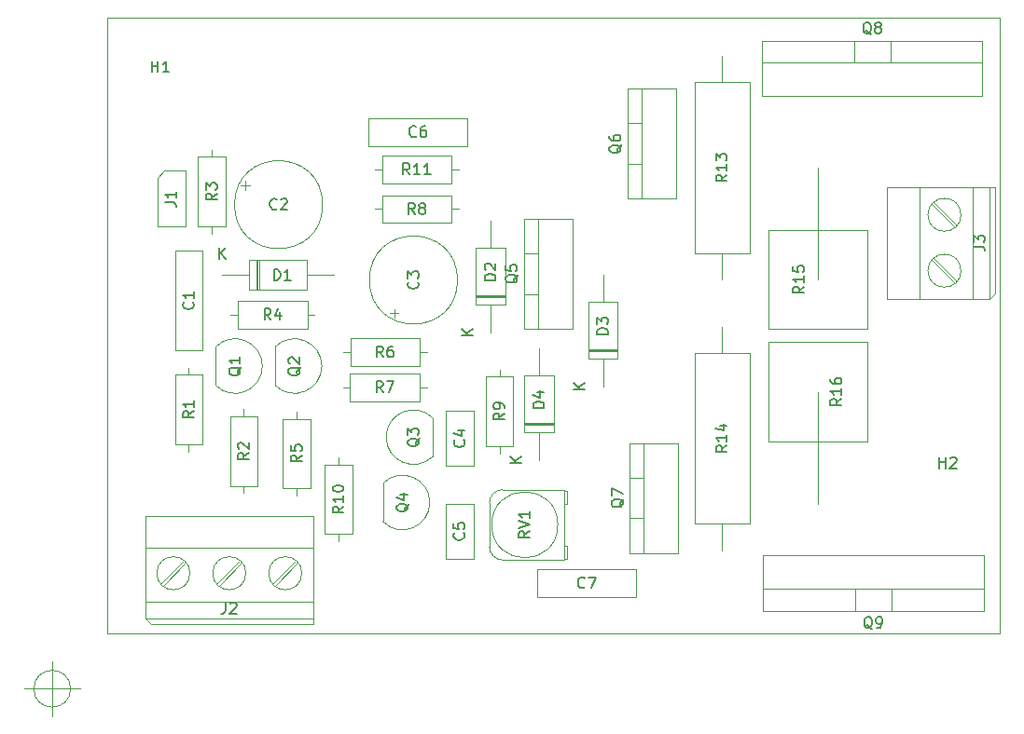
<source format=gbr>
%TF.GenerationSoftware,KiCad,Pcbnew,8.0.3-8.0.3-0~ubuntu22.04.1*%
%TF.CreationDate,2024-06-26T20:02:33-05:00*%
%TF.ProjectId,amplificador_200w,616d706c-6966-4696-9361-646f725f3230,v1.0.0*%
%TF.SameCoordinates,PX5cfbb60PY7d687e0*%
%TF.FileFunction,AssemblyDrawing,Top*%
%FSLAX46Y46*%
G04 Gerber Fmt 4.6, Leading zero omitted, Abs format (unit mm)*
G04 Created by KiCad (PCBNEW 8.0.3-8.0.3-0~ubuntu22.04.1) date 2024-06-26 20:02:33*
%MOMM*%
%LPD*%
G01*
G04 APERTURE LIST*
%ADD10C,0.150000*%
%ADD11C,0.100000*%
%TA.AperFunction,Profile*%
%ADD12C,0.050000*%
%TD*%
G04 APERTURE END LIST*
D10*
X12759580Y35133334D02*
X12807200Y35085715D01*
X12807200Y35085715D02*
X12854819Y34942858D01*
X12854819Y34942858D02*
X12854819Y34847620D01*
X12854819Y34847620D02*
X12807200Y34704763D01*
X12807200Y34704763D02*
X12711961Y34609525D01*
X12711961Y34609525D02*
X12616723Y34561906D01*
X12616723Y34561906D02*
X12426247Y34514287D01*
X12426247Y34514287D02*
X12283390Y34514287D01*
X12283390Y34514287D02*
X12092914Y34561906D01*
X12092914Y34561906D02*
X11997676Y34609525D01*
X11997676Y34609525D02*
X11902438Y34704763D01*
X11902438Y34704763D02*
X11854819Y34847620D01*
X11854819Y34847620D02*
X11854819Y34942858D01*
X11854819Y34942858D02*
X11902438Y35085715D01*
X11902438Y35085715D02*
X11950057Y35133334D01*
X12854819Y36085715D02*
X12854819Y35514287D01*
X12854819Y35800001D02*
X11854819Y35800001D01*
X11854819Y35800001D02*
X11997676Y35704763D01*
X11997676Y35704763D02*
X12092914Y35609525D01*
X12092914Y35609525D02*
X12140533Y35514287D01*
X20383333Y43640420D02*
X20335714Y43592800D01*
X20335714Y43592800D02*
X20192857Y43545181D01*
X20192857Y43545181D02*
X20097619Y43545181D01*
X20097619Y43545181D02*
X19954762Y43592800D01*
X19954762Y43592800D02*
X19859524Y43688039D01*
X19859524Y43688039D02*
X19811905Y43783277D01*
X19811905Y43783277D02*
X19764286Y43973753D01*
X19764286Y43973753D02*
X19764286Y44116610D01*
X19764286Y44116610D02*
X19811905Y44307086D01*
X19811905Y44307086D02*
X19859524Y44402324D01*
X19859524Y44402324D02*
X19954762Y44497562D01*
X19954762Y44497562D02*
X20097619Y44545181D01*
X20097619Y44545181D02*
X20192857Y44545181D01*
X20192857Y44545181D02*
X20335714Y44497562D01*
X20335714Y44497562D02*
X20383333Y44449943D01*
X20764286Y44449943D02*
X20811905Y44497562D01*
X20811905Y44497562D02*
X20907143Y44545181D01*
X20907143Y44545181D02*
X21145238Y44545181D01*
X21145238Y44545181D02*
X21240476Y44497562D01*
X21240476Y44497562D02*
X21288095Y44449943D01*
X21288095Y44449943D02*
X21335714Y44354705D01*
X21335714Y44354705D02*
X21335714Y44259467D01*
X21335714Y44259467D02*
X21288095Y44116610D01*
X21288095Y44116610D02*
X20716667Y43545181D01*
X20716667Y43545181D02*
X21335714Y43545181D01*
X33159580Y36983334D02*
X33207200Y36935715D01*
X33207200Y36935715D02*
X33254819Y36792858D01*
X33254819Y36792858D02*
X33254819Y36697620D01*
X33254819Y36697620D02*
X33207200Y36554763D01*
X33207200Y36554763D02*
X33111961Y36459525D01*
X33111961Y36459525D02*
X33016723Y36411906D01*
X33016723Y36411906D02*
X32826247Y36364287D01*
X32826247Y36364287D02*
X32683390Y36364287D01*
X32683390Y36364287D02*
X32492914Y36411906D01*
X32492914Y36411906D02*
X32397676Y36459525D01*
X32397676Y36459525D02*
X32302438Y36554763D01*
X32302438Y36554763D02*
X32254819Y36697620D01*
X32254819Y36697620D02*
X32254819Y36792858D01*
X32254819Y36792858D02*
X32302438Y36935715D01*
X32302438Y36935715D02*
X32350057Y36983334D01*
X32254819Y37316668D02*
X32254819Y37935715D01*
X32254819Y37935715D02*
X32635771Y37602382D01*
X32635771Y37602382D02*
X32635771Y37745239D01*
X32635771Y37745239D02*
X32683390Y37840477D01*
X32683390Y37840477D02*
X32731009Y37888096D01*
X32731009Y37888096D02*
X32826247Y37935715D01*
X32826247Y37935715D02*
X33064342Y37935715D01*
X33064342Y37935715D02*
X33159580Y37888096D01*
X33159580Y37888096D02*
X33207200Y37840477D01*
X33207200Y37840477D02*
X33254819Y37745239D01*
X33254819Y37745239D02*
X33254819Y37459525D01*
X33254819Y37459525D02*
X33207200Y37364287D01*
X33207200Y37364287D02*
X33159580Y37316668D01*
X37369580Y22603334D02*
X37417200Y22555715D01*
X37417200Y22555715D02*
X37464819Y22412858D01*
X37464819Y22412858D02*
X37464819Y22317620D01*
X37464819Y22317620D02*
X37417200Y22174763D01*
X37417200Y22174763D02*
X37321961Y22079525D01*
X37321961Y22079525D02*
X37226723Y22031906D01*
X37226723Y22031906D02*
X37036247Y21984287D01*
X37036247Y21984287D02*
X36893390Y21984287D01*
X36893390Y21984287D02*
X36702914Y22031906D01*
X36702914Y22031906D02*
X36607676Y22079525D01*
X36607676Y22079525D02*
X36512438Y22174763D01*
X36512438Y22174763D02*
X36464819Y22317620D01*
X36464819Y22317620D02*
X36464819Y22412858D01*
X36464819Y22412858D02*
X36512438Y22555715D01*
X36512438Y22555715D02*
X36560057Y22603334D01*
X36798152Y23460477D02*
X37464819Y23460477D01*
X36417200Y23222382D02*
X37131485Y22984287D01*
X37131485Y22984287D02*
X37131485Y23603334D01*
X33033333Y50240420D02*
X32985714Y50192800D01*
X32985714Y50192800D02*
X32842857Y50145181D01*
X32842857Y50145181D02*
X32747619Y50145181D01*
X32747619Y50145181D02*
X32604762Y50192800D01*
X32604762Y50192800D02*
X32509524Y50288039D01*
X32509524Y50288039D02*
X32461905Y50383277D01*
X32461905Y50383277D02*
X32414286Y50573753D01*
X32414286Y50573753D02*
X32414286Y50716610D01*
X32414286Y50716610D02*
X32461905Y50907086D01*
X32461905Y50907086D02*
X32509524Y51002324D01*
X32509524Y51002324D02*
X32604762Y51097562D01*
X32604762Y51097562D02*
X32747619Y51145181D01*
X32747619Y51145181D02*
X32842857Y51145181D01*
X32842857Y51145181D02*
X32985714Y51097562D01*
X32985714Y51097562D02*
X33033333Y51049943D01*
X33890476Y51145181D02*
X33700000Y51145181D01*
X33700000Y51145181D02*
X33604762Y51097562D01*
X33604762Y51097562D02*
X33557143Y51049943D01*
X33557143Y51049943D02*
X33461905Y50907086D01*
X33461905Y50907086D02*
X33414286Y50716610D01*
X33414286Y50716610D02*
X33414286Y50335658D01*
X33414286Y50335658D02*
X33461905Y50240420D01*
X33461905Y50240420D02*
X33509524Y50192800D01*
X33509524Y50192800D02*
X33604762Y50145181D01*
X33604762Y50145181D02*
X33795238Y50145181D01*
X33795238Y50145181D02*
X33890476Y50192800D01*
X33890476Y50192800D02*
X33938095Y50240420D01*
X33938095Y50240420D02*
X33985714Y50335658D01*
X33985714Y50335658D02*
X33985714Y50573753D01*
X33985714Y50573753D02*
X33938095Y50668991D01*
X33938095Y50668991D02*
X33890476Y50716610D01*
X33890476Y50716610D02*
X33795238Y50764229D01*
X33795238Y50764229D02*
X33604762Y50764229D01*
X33604762Y50764229D02*
X33509524Y50716610D01*
X33509524Y50716610D02*
X33461905Y50668991D01*
X33461905Y50668991D02*
X33414286Y50573753D01*
X48333333Y9240420D02*
X48285714Y9192800D01*
X48285714Y9192800D02*
X48142857Y9145181D01*
X48142857Y9145181D02*
X48047619Y9145181D01*
X48047619Y9145181D02*
X47904762Y9192800D01*
X47904762Y9192800D02*
X47809524Y9288039D01*
X47809524Y9288039D02*
X47761905Y9383277D01*
X47761905Y9383277D02*
X47714286Y9573753D01*
X47714286Y9573753D02*
X47714286Y9716610D01*
X47714286Y9716610D02*
X47761905Y9907086D01*
X47761905Y9907086D02*
X47809524Y10002324D01*
X47809524Y10002324D02*
X47904762Y10097562D01*
X47904762Y10097562D02*
X48047619Y10145181D01*
X48047619Y10145181D02*
X48142857Y10145181D01*
X48142857Y10145181D02*
X48285714Y10097562D01*
X48285714Y10097562D02*
X48333333Y10049943D01*
X48666667Y10145181D02*
X49333333Y10145181D01*
X49333333Y10145181D02*
X48904762Y9145181D01*
X20131905Y37145181D02*
X20131905Y38145181D01*
X20131905Y38145181D02*
X20370000Y38145181D01*
X20370000Y38145181D02*
X20512857Y38097562D01*
X20512857Y38097562D02*
X20608095Y38002324D01*
X20608095Y38002324D02*
X20655714Y37907086D01*
X20655714Y37907086D02*
X20703333Y37716610D01*
X20703333Y37716610D02*
X20703333Y37573753D01*
X20703333Y37573753D02*
X20655714Y37383277D01*
X20655714Y37383277D02*
X20608095Y37288039D01*
X20608095Y37288039D02*
X20512857Y37192800D01*
X20512857Y37192800D02*
X20370000Y37145181D01*
X20370000Y37145181D02*
X20131905Y37145181D01*
X21655714Y37145181D02*
X21084286Y37145181D01*
X21370000Y37145181D02*
X21370000Y38145181D01*
X21370000Y38145181D02*
X21274762Y38002324D01*
X21274762Y38002324D02*
X21179524Y37907086D01*
X21179524Y37907086D02*
X21084286Y37859467D01*
X15138095Y39045181D02*
X15138095Y40045181D01*
X15709523Y39045181D02*
X15280952Y39616610D01*
X15709523Y40045181D02*
X15138095Y39473753D01*
X50454819Y32231906D02*
X49454819Y32231906D01*
X49454819Y32231906D02*
X49454819Y32470001D01*
X49454819Y32470001D02*
X49502438Y32612858D01*
X49502438Y32612858D02*
X49597676Y32708096D01*
X49597676Y32708096D02*
X49692914Y32755715D01*
X49692914Y32755715D02*
X49883390Y32803334D01*
X49883390Y32803334D02*
X50026247Y32803334D01*
X50026247Y32803334D02*
X50216723Y32755715D01*
X50216723Y32755715D02*
X50311961Y32708096D01*
X50311961Y32708096D02*
X50407200Y32612858D01*
X50407200Y32612858D02*
X50454819Y32470001D01*
X50454819Y32470001D02*
X50454819Y32231906D01*
X49454819Y33136668D02*
X49454819Y33755715D01*
X49454819Y33755715D02*
X49835771Y33422382D01*
X49835771Y33422382D02*
X49835771Y33565239D01*
X49835771Y33565239D02*
X49883390Y33660477D01*
X49883390Y33660477D02*
X49931009Y33708096D01*
X49931009Y33708096D02*
X50026247Y33755715D01*
X50026247Y33755715D02*
X50264342Y33755715D01*
X50264342Y33755715D02*
X50359580Y33708096D01*
X50359580Y33708096D02*
X50407200Y33660477D01*
X50407200Y33660477D02*
X50454819Y33565239D01*
X50454819Y33565239D02*
X50454819Y33279525D01*
X50454819Y33279525D02*
X50407200Y33184287D01*
X50407200Y33184287D02*
X50359580Y33136668D01*
X48354819Y27238096D02*
X47354819Y27238096D01*
X48354819Y27809524D02*
X47783390Y27380953D01*
X47354819Y27809524D02*
X47926247Y27238096D01*
X42554819Y20538096D02*
X41554819Y20538096D01*
X42554819Y21109524D02*
X41983390Y20680953D01*
X41554819Y21109524D02*
X42126247Y20538096D01*
X44654819Y25531906D02*
X43654819Y25531906D01*
X43654819Y25531906D02*
X43654819Y25770001D01*
X43654819Y25770001D02*
X43702438Y25912858D01*
X43702438Y25912858D02*
X43797676Y26008096D01*
X43797676Y26008096D02*
X43892914Y26055715D01*
X43892914Y26055715D02*
X44083390Y26103334D01*
X44083390Y26103334D02*
X44226247Y26103334D01*
X44226247Y26103334D02*
X44416723Y26055715D01*
X44416723Y26055715D02*
X44511961Y26008096D01*
X44511961Y26008096D02*
X44607200Y25912858D01*
X44607200Y25912858D02*
X44654819Y25770001D01*
X44654819Y25770001D02*
X44654819Y25531906D01*
X43988152Y26960477D02*
X44654819Y26960477D01*
X43607200Y26722382D02*
X44321485Y26484287D01*
X44321485Y26484287D02*
X44321485Y27103334D01*
X10254819Y44196667D02*
X10969104Y44196667D01*
X10969104Y44196667D02*
X11111961Y44149048D01*
X11111961Y44149048D02*
X11207200Y44053810D01*
X11207200Y44053810D02*
X11254819Y43910953D01*
X11254819Y43910953D02*
X11254819Y43815715D01*
X11254819Y45196667D02*
X11254819Y44625239D01*
X11254819Y44910953D02*
X10254819Y44910953D01*
X10254819Y44910953D02*
X10397676Y44815715D01*
X10397676Y44815715D02*
X10492914Y44720477D01*
X10492914Y44720477D02*
X10540533Y44625239D01*
X15746666Y7845181D02*
X15746666Y7130896D01*
X15746666Y7130896D02*
X15699047Y6988039D01*
X15699047Y6988039D02*
X15603809Y6892800D01*
X15603809Y6892800D02*
X15460952Y6845181D01*
X15460952Y6845181D02*
X15365714Y6845181D01*
X16175238Y7749943D02*
X16222857Y7797562D01*
X16222857Y7797562D02*
X16318095Y7845181D01*
X16318095Y7845181D02*
X16556190Y7845181D01*
X16556190Y7845181D02*
X16651428Y7797562D01*
X16651428Y7797562D02*
X16699047Y7749943D01*
X16699047Y7749943D02*
X16746666Y7654705D01*
X16746666Y7654705D02*
X16746666Y7559467D01*
X16746666Y7559467D02*
X16699047Y7416610D01*
X16699047Y7416610D02*
X16127619Y6845181D01*
X16127619Y6845181D02*
X16746666Y6845181D01*
X83654819Y40206667D02*
X84369104Y40206667D01*
X84369104Y40206667D02*
X84511961Y40159048D01*
X84511961Y40159048D02*
X84607200Y40063810D01*
X84607200Y40063810D02*
X84654819Y39920953D01*
X84654819Y39920953D02*
X84654819Y39825715D01*
X83654819Y40587620D02*
X83654819Y41206667D01*
X83654819Y41206667D02*
X84035771Y40873334D01*
X84035771Y40873334D02*
X84035771Y41016191D01*
X84035771Y41016191D02*
X84083390Y41111429D01*
X84083390Y41111429D02*
X84131009Y41159048D01*
X84131009Y41159048D02*
X84226247Y41206667D01*
X84226247Y41206667D02*
X84464342Y41206667D01*
X84464342Y41206667D02*
X84559580Y41159048D01*
X84559580Y41159048D02*
X84607200Y41111429D01*
X84607200Y41111429D02*
X84654819Y41016191D01*
X84654819Y41016191D02*
X84654819Y40730477D01*
X84654819Y40730477D02*
X84607200Y40635239D01*
X84607200Y40635239D02*
X84559580Y40587620D01*
X17150057Y29234762D02*
X17102438Y29139524D01*
X17102438Y29139524D02*
X17007200Y29044286D01*
X17007200Y29044286D02*
X16864342Y28901429D01*
X16864342Y28901429D02*
X16816723Y28806191D01*
X16816723Y28806191D02*
X16816723Y28710953D01*
X17054819Y28758572D02*
X17007200Y28663334D01*
X17007200Y28663334D02*
X16911961Y28568096D01*
X16911961Y28568096D02*
X16721485Y28520477D01*
X16721485Y28520477D02*
X16388152Y28520477D01*
X16388152Y28520477D02*
X16197676Y28568096D01*
X16197676Y28568096D02*
X16102438Y28663334D01*
X16102438Y28663334D02*
X16054819Y28758572D01*
X16054819Y28758572D02*
X16054819Y28949048D01*
X16054819Y28949048D02*
X16102438Y29044286D01*
X16102438Y29044286D02*
X16197676Y29139524D01*
X16197676Y29139524D02*
X16388152Y29187143D01*
X16388152Y29187143D02*
X16721485Y29187143D01*
X16721485Y29187143D02*
X16911961Y29139524D01*
X16911961Y29139524D02*
X17007200Y29044286D01*
X17007200Y29044286D02*
X17054819Y28949048D01*
X17054819Y28949048D02*
X17054819Y28758572D01*
X17054819Y30139524D02*
X17054819Y29568096D01*
X17054819Y29853810D02*
X16054819Y29853810D01*
X16054819Y29853810D02*
X16197676Y29758572D01*
X16197676Y29758572D02*
X16292914Y29663334D01*
X16292914Y29663334D02*
X16340533Y29568096D01*
X33350057Y22774762D02*
X33302438Y22679524D01*
X33302438Y22679524D02*
X33207200Y22584286D01*
X33207200Y22584286D02*
X33064342Y22441429D01*
X33064342Y22441429D02*
X33016723Y22346191D01*
X33016723Y22346191D02*
X33016723Y22250953D01*
X33254819Y22298572D02*
X33207200Y22203334D01*
X33207200Y22203334D02*
X33111961Y22108096D01*
X33111961Y22108096D02*
X32921485Y22060477D01*
X32921485Y22060477D02*
X32588152Y22060477D01*
X32588152Y22060477D02*
X32397676Y22108096D01*
X32397676Y22108096D02*
X32302438Y22203334D01*
X32302438Y22203334D02*
X32254819Y22298572D01*
X32254819Y22298572D02*
X32254819Y22489048D01*
X32254819Y22489048D02*
X32302438Y22584286D01*
X32302438Y22584286D02*
X32397676Y22679524D01*
X32397676Y22679524D02*
X32588152Y22727143D01*
X32588152Y22727143D02*
X32921485Y22727143D01*
X32921485Y22727143D02*
X33111961Y22679524D01*
X33111961Y22679524D02*
X33207200Y22584286D01*
X33207200Y22584286D02*
X33254819Y22489048D01*
X33254819Y22489048D02*
X33254819Y22298572D01*
X32254819Y23060477D02*
X32254819Y23679524D01*
X32254819Y23679524D02*
X32635771Y23346191D01*
X32635771Y23346191D02*
X32635771Y23489048D01*
X32635771Y23489048D02*
X32683390Y23584286D01*
X32683390Y23584286D02*
X32731009Y23631905D01*
X32731009Y23631905D02*
X32826247Y23679524D01*
X32826247Y23679524D02*
X33064342Y23679524D01*
X33064342Y23679524D02*
X33159580Y23631905D01*
X33159580Y23631905D02*
X33207200Y23584286D01*
X33207200Y23584286D02*
X33254819Y23489048D01*
X33254819Y23489048D02*
X33254819Y23203334D01*
X33254819Y23203334D02*
X33207200Y23108096D01*
X33207200Y23108096D02*
X33159580Y23060477D01*
X42280057Y37644762D02*
X42232438Y37549524D01*
X42232438Y37549524D02*
X42137200Y37454286D01*
X42137200Y37454286D02*
X41994342Y37311429D01*
X41994342Y37311429D02*
X41946723Y37216191D01*
X41946723Y37216191D02*
X41946723Y37120953D01*
X42184819Y37168572D02*
X42137200Y37073334D01*
X42137200Y37073334D02*
X42041961Y36978096D01*
X42041961Y36978096D02*
X41851485Y36930477D01*
X41851485Y36930477D02*
X41518152Y36930477D01*
X41518152Y36930477D02*
X41327676Y36978096D01*
X41327676Y36978096D02*
X41232438Y37073334D01*
X41232438Y37073334D02*
X41184819Y37168572D01*
X41184819Y37168572D02*
X41184819Y37359048D01*
X41184819Y37359048D02*
X41232438Y37454286D01*
X41232438Y37454286D02*
X41327676Y37549524D01*
X41327676Y37549524D02*
X41518152Y37597143D01*
X41518152Y37597143D02*
X41851485Y37597143D01*
X41851485Y37597143D02*
X42041961Y37549524D01*
X42041961Y37549524D02*
X42137200Y37454286D01*
X42137200Y37454286D02*
X42184819Y37359048D01*
X42184819Y37359048D02*
X42184819Y37168572D01*
X41184819Y38501905D02*
X41184819Y38025715D01*
X41184819Y38025715D02*
X41661009Y37978096D01*
X41661009Y37978096D02*
X41613390Y38025715D01*
X41613390Y38025715D02*
X41565771Y38120953D01*
X41565771Y38120953D02*
X41565771Y38359048D01*
X41565771Y38359048D02*
X41613390Y38454286D01*
X41613390Y38454286D02*
X41661009Y38501905D01*
X41661009Y38501905D02*
X41756247Y38549524D01*
X41756247Y38549524D02*
X41994342Y38549524D01*
X41994342Y38549524D02*
X42089580Y38501905D01*
X42089580Y38501905D02*
X42137200Y38454286D01*
X42137200Y38454286D02*
X42184819Y38359048D01*
X42184819Y38359048D02*
X42184819Y38120953D01*
X42184819Y38120953D02*
X42137200Y38025715D01*
X42137200Y38025715D02*
X42089580Y37978096D01*
X51680057Y49444762D02*
X51632438Y49349524D01*
X51632438Y49349524D02*
X51537200Y49254286D01*
X51537200Y49254286D02*
X51394342Y49111429D01*
X51394342Y49111429D02*
X51346723Y49016191D01*
X51346723Y49016191D02*
X51346723Y48920953D01*
X51584819Y48968572D02*
X51537200Y48873334D01*
X51537200Y48873334D02*
X51441961Y48778096D01*
X51441961Y48778096D02*
X51251485Y48730477D01*
X51251485Y48730477D02*
X50918152Y48730477D01*
X50918152Y48730477D02*
X50727676Y48778096D01*
X50727676Y48778096D02*
X50632438Y48873334D01*
X50632438Y48873334D02*
X50584819Y48968572D01*
X50584819Y48968572D02*
X50584819Y49159048D01*
X50584819Y49159048D02*
X50632438Y49254286D01*
X50632438Y49254286D02*
X50727676Y49349524D01*
X50727676Y49349524D02*
X50918152Y49397143D01*
X50918152Y49397143D02*
X51251485Y49397143D01*
X51251485Y49397143D02*
X51441961Y49349524D01*
X51441961Y49349524D02*
X51537200Y49254286D01*
X51537200Y49254286D02*
X51584819Y49159048D01*
X51584819Y49159048D02*
X51584819Y48968572D01*
X50584819Y50254286D02*
X50584819Y50063810D01*
X50584819Y50063810D02*
X50632438Y49968572D01*
X50632438Y49968572D02*
X50680057Y49920953D01*
X50680057Y49920953D02*
X50822914Y49825715D01*
X50822914Y49825715D02*
X51013390Y49778096D01*
X51013390Y49778096D02*
X51394342Y49778096D01*
X51394342Y49778096D02*
X51489580Y49825715D01*
X51489580Y49825715D02*
X51537200Y49873334D01*
X51537200Y49873334D02*
X51584819Y49968572D01*
X51584819Y49968572D02*
X51584819Y50159048D01*
X51584819Y50159048D02*
X51537200Y50254286D01*
X51537200Y50254286D02*
X51489580Y50301905D01*
X51489580Y50301905D02*
X51394342Y50349524D01*
X51394342Y50349524D02*
X51156247Y50349524D01*
X51156247Y50349524D02*
X51061009Y50301905D01*
X51061009Y50301905D02*
X51013390Y50254286D01*
X51013390Y50254286D02*
X50965771Y50159048D01*
X50965771Y50159048D02*
X50965771Y49968572D01*
X50965771Y49968572D02*
X51013390Y49873334D01*
X51013390Y49873334D02*
X51061009Y49825715D01*
X51061009Y49825715D02*
X51156247Y49778096D01*
X51880057Y17244762D02*
X51832438Y17149524D01*
X51832438Y17149524D02*
X51737200Y17054286D01*
X51737200Y17054286D02*
X51594342Y16911429D01*
X51594342Y16911429D02*
X51546723Y16816191D01*
X51546723Y16816191D02*
X51546723Y16720953D01*
X51784819Y16768572D02*
X51737200Y16673334D01*
X51737200Y16673334D02*
X51641961Y16578096D01*
X51641961Y16578096D02*
X51451485Y16530477D01*
X51451485Y16530477D02*
X51118152Y16530477D01*
X51118152Y16530477D02*
X50927676Y16578096D01*
X50927676Y16578096D02*
X50832438Y16673334D01*
X50832438Y16673334D02*
X50784819Y16768572D01*
X50784819Y16768572D02*
X50784819Y16959048D01*
X50784819Y16959048D02*
X50832438Y17054286D01*
X50832438Y17054286D02*
X50927676Y17149524D01*
X50927676Y17149524D02*
X51118152Y17197143D01*
X51118152Y17197143D02*
X51451485Y17197143D01*
X51451485Y17197143D02*
X51641961Y17149524D01*
X51641961Y17149524D02*
X51737200Y17054286D01*
X51737200Y17054286D02*
X51784819Y16959048D01*
X51784819Y16959048D02*
X51784819Y16768572D01*
X50784819Y17530477D02*
X50784819Y18197143D01*
X50784819Y18197143D02*
X51784819Y17768572D01*
X74354761Y59469943D02*
X74259523Y59517562D01*
X74259523Y59517562D02*
X74164285Y59612800D01*
X74164285Y59612800D02*
X74021428Y59755658D01*
X74021428Y59755658D02*
X73926190Y59803277D01*
X73926190Y59803277D02*
X73830952Y59803277D01*
X73878571Y59565181D02*
X73783333Y59612800D01*
X73783333Y59612800D02*
X73688095Y59708039D01*
X73688095Y59708039D02*
X73640476Y59898515D01*
X73640476Y59898515D02*
X73640476Y60231848D01*
X73640476Y60231848D02*
X73688095Y60422324D01*
X73688095Y60422324D02*
X73783333Y60517562D01*
X73783333Y60517562D02*
X73878571Y60565181D01*
X73878571Y60565181D02*
X74069047Y60565181D01*
X74069047Y60565181D02*
X74164285Y60517562D01*
X74164285Y60517562D02*
X74259523Y60422324D01*
X74259523Y60422324D02*
X74307142Y60231848D01*
X74307142Y60231848D02*
X74307142Y59898515D01*
X74307142Y59898515D02*
X74259523Y59708039D01*
X74259523Y59708039D02*
X74164285Y59612800D01*
X74164285Y59612800D02*
X74069047Y59565181D01*
X74069047Y59565181D02*
X73878571Y59565181D01*
X74878571Y60136610D02*
X74783333Y60184229D01*
X74783333Y60184229D02*
X74735714Y60231848D01*
X74735714Y60231848D02*
X74688095Y60327086D01*
X74688095Y60327086D02*
X74688095Y60374705D01*
X74688095Y60374705D02*
X74735714Y60469943D01*
X74735714Y60469943D02*
X74783333Y60517562D01*
X74783333Y60517562D02*
X74878571Y60565181D01*
X74878571Y60565181D02*
X75069047Y60565181D01*
X75069047Y60565181D02*
X75164285Y60517562D01*
X75164285Y60517562D02*
X75211904Y60469943D01*
X75211904Y60469943D02*
X75259523Y60374705D01*
X75259523Y60374705D02*
X75259523Y60327086D01*
X75259523Y60327086D02*
X75211904Y60231848D01*
X75211904Y60231848D02*
X75164285Y60184229D01*
X75164285Y60184229D02*
X75069047Y60136610D01*
X75069047Y60136610D02*
X74878571Y60136610D01*
X74878571Y60136610D02*
X74783333Y60088991D01*
X74783333Y60088991D02*
X74735714Y60041372D01*
X74735714Y60041372D02*
X74688095Y59946134D01*
X74688095Y59946134D02*
X74688095Y59755658D01*
X74688095Y59755658D02*
X74735714Y59660420D01*
X74735714Y59660420D02*
X74783333Y59612800D01*
X74783333Y59612800D02*
X74878571Y59565181D01*
X74878571Y59565181D02*
X75069047Y59565181D01*
X75069047Y59565181D02*
X75164285Y59612800D01*
X75164285Y59612800D02*
X75211904Y59660420D01*
X75211904Y59660420D02*
X75259523Y59755658D01*
X75259523Y59755658D02*
X75259523Y59946134D01*
X75259523Y59946134D02*
X75211904Y60041372D01*
X75211904Y60041372D02*
X75164285Y60088991D01*
X75164285Y60088991D02*
X75069047Y60136610D01*
X74454761Y5429943D02*
X74359523Y5477562D01*
X74359523Y5477562D02*
X74264285Y5572800D01*
X74264285Y5572800D02*
X74121428Y5715658D01*
X74121428Y5715658D02*
X74026190Y5763277D01*
X74026190Y5763277D02*
X73930952Y5763277D01*
X73978571Y5525181D02*
X73883333Y5572800D01*
X73883333Y5572800D02*
X73788095Y5668039D01*
X73788095Y5668039D02*
X73740476Y5858515D01*
X73740476Y5858515D02*
X73740476Y6191848D01*
X73740476Y6191848D02*
X73788095Y6382324D01*
X73788095Y6382324D02*
X73883333Y6477562D01*
X73883333Y6477562D02*
X73978571Y6525181D01*
X73978571Y6525181D02*
X74169047Y6525181D01*
X74169047Y6525181D02*
X74264285Y6477562D01*
X74264285Y6477562D02*
X74359523Y6382324D01*
X74359523Y6382324D02*
X74407142Y6191848D01*
X74407142Y6191848D02*
X74407142Y5858515D01*
X74407142Y5858515D02*
X74359523Y5668039D01*
X74359523Y5668039D02*
X74264285Y5572800D01*
X74264285Y5572800D02*
X74169047Y5525181D01*
X74169047Y5525181D02*
X73978571Y5525181D01*
X74883333Y5525181D02*
X75073809Y5525181D01*
X75073809Y5525181D02*
X75169047Y5572800D01*
X75169047Y5572800D02*
X75216666Y5620420D01*
X75216666Y5620420D02*
X75311904Y5763277D01*
X75311904Y5763277D02*
X75359523Y5953753D01*
X75359523Y5953753D02*
X75359523Y6334705D01*
X75359523Y6334705D02*
X75311904Y6429943D01*
X75311904Y6429943D02*
X75264285Y6477562D01*
X75264285Y6477562D02*
X75169047Y6525181D01*
X75169047Y6525181D02*
X74978571Y6525181D01*
X74978571Y6525181D02*
X74883333Y6477562D01*
X74883333Y6477562D02*
X74835714Y6429943D01*
X74835714Y6429943D02*
X74788095Y6334705D01*
X74788095Y6334705D02*
X74788095Y6096610D01*
X74788095Y6096610D02*
X74835714Y6001372D01*
X74835714Y6001372D02*
X74883333Y5953753D01*
X74883333Y5953753D02*
X74978571Y5906134D01*
X74978571Y5906134D02*
X75169047Y5906134D01*
X75169047Y5906134D02*
X75264285Y5953753D01*
X75264285Y5953753D02*
X75311904Y6001372D01*
X75311904Y6001372D02*
X75359523Y6096610D01*
X17854819Y21423334D02*
X17378628Y21090001D01*
X17854819Y20851906D02*
X16854819Y20851906D01*
X16854819Y20851906D02*
X16854819Y21232858D01*
X16854819Y21232858D02*
X16902438Y21328096D01*
X16902438Y21328096D02*
X16950057Y21375715D01*
X16950057Y21375715D02*
X17045295Y21423334D01*
X17045295Y21423334D02*
X17188152Y21423334D01*
X17188152Y21423334D02*
X17283390Y21375715D01*
X17283390Y21375715D02*
X17331009Y21328096D01*
X17331009Y21328096D02*
X17378628Y21232858D01*
X17378628Y21232858D02*
X17378628Y20851906D01*
X16950057Y21804287D02*
X16902438Y21851906D01*
X16902438Y21851906D02*
X16854819Y21947144D01*
X16854819Y21947144D02*
X16854819Y22185239D01*
X16854819Y22185239D02*
X16902438Y22280477D01*
X16902438Y22280477D02*
X16950057Y22328096D01*
X16950057Y22328096D02*
X17045295Y22375715D01*
X17045295Y22375715D02*
X17140533Y22375715D01*
X17140533Y22375715D02*
X17283390Y22328096D01*
X17283390Y22328096D02*
X17854819Y21756668D01*
X17854819Y21756668D02*
X17854819Y22375715D01*
X14954819Y45023334D02*
X14478628Y44690001D01*
X14954819Y44451906D02*
X13954819Y44451906D01*
X13954819Y44451906D02*
X13954819Y44832858D01*
X13954819Y44832858D02*
X14002438Y44928096D01*
X14002438Y44928096D02*
X14050057Y44975715D01*
X14050057Y44975715D02*
X14145295Y45023334D01*
X14145295Y45023334D02*
X14288152Y45023334D01*
X14288152Y45023334D02*
X14383390Y44975715D01*
X14383390Y44975715D02*
X14431009Y44928096D01*
X14431009Y44928096D02*
X14478628Y44832858D01*
X14478628Y44832858D02*
X14478628Y44451906D01*
X13954819Y45356668D02*
X13954819Y45975715D01*
X13954819Y45975715D02*
X14335771Y45642382D01*
X14335771Y45642382D02*
X14335771Y45785239D01*
X14335771Y45785239D02*
X14383390Y45880477D01*
X14383390Y45880477D02*
X14431009Y45928096D01*
X14431009Y45928096D02*
X14526247Y45975715D01*
X14526247Y45975715D02*
X14764342Y45975715D01*
X14764342Y45975715D02*
X14859580Y45928096D01*
X14859580Y45928096D02*
X14907200Y45880477D01*
X14907200Y45880477D02*
X14954819Y45785239D01*
X14954819Y45785239D02*
X14954819Y45499525D01*
X14954819Y45499525D02*
X14907200Y45404287D01*
X14907200Y45404287D02*
X14859580Y45356668D01*
X19843333Y33545181D02*
X19510000Y34021372D01*
X19271905Y33545181D02*
X19271905Y34545181D01*
X19271905Y34545181D02*
X19652857Y34545181D01*
X19652857Y34545181D02*
X19748095Y34497562D01*
X19748095Y34497562D02*
X19795714Y34449943D01*
X19795714Y34449943D02*
X19843333Y34354705D01*
X19843333Y34354705D02*
X19843333Y34211848D01*
X19843333Y34211848D02*
X19795714Y34116610D01*
X19795714Y34116610D02*
X19748095Y34068991D01*
X19748095Y34068991D02*
X19652857Y34021372D01*
X19652857Y34021372D02*
X19271905Y34021372D01*
X20700476Y34211848D02*
X20700476Y33545181D01*
X20462381Y34592800D02*
X20224286Y33878515D01*
X20224286Y33878515D02*
X20843333Y33878515D01*
X22654819Y21223334D02*
X22178628Y20890001D01*
X22654819Y20651906D02*
X21654819Y20651906D01*
X21654819Y20651906D02*
X21654819Y21032858D01*
X21654819Y21032858D02*
X21702438Y21128096D01*
X21702438Y21128096D02*
X21750057Y21175715D01*
X21750057Y21175715D02*
X21845295Y21223334D01*
X21845295Y21223334D02*
X21988152Y21223334D01*
X21988152Y21223334D02*
X22083390Y21175715D01*
X22083390Y21175715D02*
X22131009Y21128096D01*
X22131009Y21128096D02*
X22178628Y21032858D01*
X22178628Y21032858D02*
X22178628Y20651906D01*
X21654819Y22128096D02*
X21654819Y21651906D01*
X21654819Y21651906D02*
X22131009Y21604287D01*
X22131009Y21604287D02*
X22083390Y21651906D01*
X22083390Y21651906D02*
X22035771Y21747144D01*
X22035771Y21747144D02*
X22035771Y21985239D01*
X22035771Y21985239D02*
X22083390Y22080477D01*
X22083390Y22080477D02*
X22131009Y22128096D01*
X22131009Y22128096D02*
X22226247Y22175715D01*
X22226247Y22175715D02*
X22464342Y22175715D01*
X22464342Y22175715D02*
X22559580Y22128096D01*
X22559580Y22128096D02*
X22607200Y22080477D01*
X22607200Y22080477D02*
X22654819Y21985239D01*
X22654819Y21985239D02*
X22654819Y21747144D01*
X22654819Y21747144D02*
X22607200Y21651906D01*
X22607200Y21651906D02*
X22559580Y21604287D01*
X30043333Y30145181D02*
X29710000Y30621372D01*
X29471905Y30145181D02*
X29471905Y31145181D01*
X29471905Y31145181D02*
X29852857Y31145181D01*
X29852857Y31145181D02*
X29948095Y31097562D01*
X29948095Y31097562D02*
X29995714Y31049943D01*
X29995714Y31049943D02*
X30043333Y30954705D01*
X30043333Y30954705D02*
X30043333Y30811848D01*
X30043333Y30811848D02*
X29995714Y30716610D01*
X29995714Y30716610D02*
X29948095Y30668991D01*
X29948095Y30668991D02*
X29852857Y30621372D01*
X29852857Y30621372D02*
X29471905Y30621372D01*
X30900476Y31145181D02*
X30710000Y31145181D01*
X30710000Y31145181D02*
X30614762Y31097562D01*
X30614762Y31097562D02*
X30567143Y31049943D01*
X30567143Y31049943D02*
X30471905Y30907086D01*
X30471905Y30907086D02*
X30424286Y30716610D01*
X30424286Y30716610D02*
X30424286Y30335658D01*
X30424286Y30335658D02*
X30471905Y30240420D01*
X30471905Y30240420D02*
X30519524Y30192800D01*
X30519524Y30192800D02*
X30614762Y30145181D01*
X30614762Y30145181D02*
X30805238Y30145181D01*
X30805238Y30145181D02*
X30900476Y30192800D01*
X30900476Y30192800D02*
X30948095Y30240420D01*
X30948095Y30240420D02*
X30995714Y30335658D01*
X30995714Y30335658D02*
X30995714Y30573753D01*
X30995714Y30573753D02*
X30948095Y30668991D01*
X30948095Y30668991D02*
X30900476Y30716610D01*
X30900476Y30716610D02*
X30805238Y30764229D01*
X30805238Y30764229D02*
X30614762Y30764229D01*
X30614762Y30764229D02*
X30519524Y30716610D01*
X30519524Y30716610D02*
X30471905Y30668991D01*
X30471905Y30668991D02*
X30424286Y30573753D01*
X32923333Y43145181D02*
X32590000Y43621372D01*
X32351905Y43145181D02*
X32351905Y44145181D01*
X32351905Y44145181D02*
X32732857Y44145181D01*
X32732857Y44145181D02*
X32828095Y44097562D01*
X32828095Y44097562D02*
X32875714Y44049943D01*
X32875714Y44049943D02*
X32923333Y43954705D01*
X32923333Y43954705D02*
X32923333Y43811848D01*
X32923333Y43811848D02*
X32875714Y43716610D01*
X32875714Y43716610D02*
X32828095Y43668991D01*
X32828095Y43668991D02*
X32732857Y43621372D01*
X32732857Y43621372D02*
X32351905Y43621372D01*
X33494762Y43716610D02*
X33399524Y43764229D01*
X33399524Y43764229D02*
X33351905Y43811848D01*
X33351905Y43811848D02*
X33304286Y43907086D01*
X33304286Y43907086D02*
X33304286Y43954705D01*
X33304286Y43954705D02*
X33351905Y44049943D01*
X33351905Y44049943D02*
X33399524Y44097562D01*
X33399524Y44097562D02*
X33494762Y44145181D01*
X33494762Y44145181D02*
X33685238Y44145181D01*
X33685238Y44145181D02*
X33780476Y44097562D01*
X33780476Y44097562D02*
X33828095Y44049943D01*
X33828095Y44049943D02*
X33875714Y43954705D01*
X33875714Y43954705D02*
X33875714Y43907086D01*
X33875714Y43907086D02*
X33828095Y43811848D01*
X33828095Y43811848D02*
X33780476Y43764229D01*
X33780476Y43764229D02*
X33685238Y43716610D01*
X33685238Y43716610D02*
X33494762Y43716610D01*
X33494762Y43716610D02*
X33399524Y43668991D01*
X33399524Y43668991D02*
X33351905Y43621372D01*
X33351905Y43621372D02*
X33304286Y43526134D01*
X33304286Y43526134D02*
X33304286Y43335658D01*
X33304286Y43335658D02*
X33351905Y43240420D01*
X33351905Y43240420D02*
X33399524Y43192800D01*
X33399524Y43192800D02*
X33494762Y43145181D01*
X33494762Y43145181D02*
X33685238Y43145181D01*
X33685238Y43145181D02*
X33780476Y43192800D01*
X33780476Y43192800D02*
X33828095Y43240420D01*
X33828095Y43240420D02*
X33875714Y43335658D01*
X33875714Y43335658D02*
X33875714Y43526134D01*
X33875714Y43526134D02*
X33828095Y43621372D01*
X33828095Y43621372D02*
X33780476Y43668991D01*
X33780476Y43668991D02*
X33685238Y43716610D01*
X41054819Y25043334D02*
X40578628Y24710001D01*
X41054819Y24471906D02*
X40054819Y24471906D01*
X40054819Y24471906D02*
X40054819Y24852858D01*
X40054819Y24852858D02*
X40102438Y24948096D01*
X40102438Y24948096D02*
X40150057Y24995715D01*
X40150057Y24995715D02*
X40245295Y25043334D01*
X40245295Y25043334D02*
X40388152Y25043334D01*
X40388152Y25043334D02*
X40483390Y24995715D01*
X40483390Y24995715D02*
X40531009Y24948096D01*
X40531009Y24948096D02*
X40578628Y24852858D01*
X40578628Y24852858D02*
X40578628Y24471906D01*
X41054819Y25519525D02*
X41054819Y25710001D01*
X41054819Y25710001D02*
X41007200Y25805239D01*
X41007200Y25805239D02*
X40959580Y25852858D01*
X40959580Y25852858D02*
X40816723Y25948096D01*
X40816723Y25948096D02*
X40626247Y25995715D01*
X40626247Y25995715D02*
X40245295Y25995715D01*
X40245295Y25995715D02*
X40150057Y25948096D01*
X40150057Y25948096D02*
X40102438Y25900477D01*
X40102438Y25900477D02*
X40054819Y25805239D01*
X40054819Y25805239D02*
X40054819Y25614763D01*
X40054819Y25614763D02*
X40102438Y25519525D01*
X40102438Y25519525D02*
X40150057Y25471906D01*
X40150057Y25471906D02*
X40245295Y25424287D01*
X40245295Y25424287D02*
X40483390Y25424287D01*
X40483390Y25424287D02*
X40578628Y25471906D01*
X40578628Y25471906D02*
X40626247Y25519525D01*
X40626247Y25519525D02*
X40673866Y25614763D01*
X40673866Y25614763D02*
X40673866Y25805239D01*
X40673866Y25805239D02*
X40626247Y25900477D01*
X40626247Y25900477D02*
X40578628Y25948096D01*
X40578628Y25948096D02*
X40483390Y25995715D01*
X26454819Y16567143D02*
X25978628Y16233810D01*
X26454819Y15995715D02*
X25454819Y15995715D01*
X25454819Y15995715D02*
X25454819Y16376667D01*
X25454819Y16376667D02*
X25502438Y16471905D01*
X25502438Y16471905D02*
X25550057Y16519524D01*
X25550057Y16519524D02*
X25645295Y16567143D01*
X25645295Y16567143D02*
X25788152Y16567143D01*
X25788152Y16567143D02*
X25883390Y16519524D01*
X25883390Y16519524D02*
X25931009Y16471905D01*
X25931009Y16471905D02*
X25978628Y16376667D01*
X25978628Y16376667D02*
X25978628Y15995715D01*
X26454819Y17519524D02*
X26454819Y16948096D01*
X26454819Y17233810D02*
X25454819Y17233810D01*
X25454819Y17233810D02*
X25597676Y17138572D01*
X25597676Y17138572D02*
X25692914Y17043334D01*
X25692914Y17043334D02*
X25740533Y16948096D01*
X25454819Y18138572D02*
X25454819Y18233810D01*
X25454819Y18233810D02*
X25502438Y18329048D01*
X25502438Y18329048D02*
X25550057Y18376667D01*
X25550057Y18376667D02*
X25645295Y18424286D01*
X25645295Y18424286D02*
X25835771Y18471905D01*
X25835771Y18471905D02*
X26073866Y18471905D01*
X26073866Y18471905D02*
X26264342Y18424286D01*
X26264342Y18424286D02*
X26359580Y18376667D01*
X26359580Y18376667D02*
X26407200Y18329048D01*
X26407200Y18329048D02*
X26454819Y18233810D01*
X26454819Y18233810D02*
X26454819Y18138572D01*
X26454819Y18138572D02*
X26407200Y18043334D01*
X26407200Y18043334D02*
X26359580Y17995715D01*
X26359580Y17995715D02*
X26264342Y17948096D01*
X26264342Y17948096D02*
X26073866Y17900477D01*
X26073866Y17900477D02*
X25835771Y17900477D01*
X25835771Y17900477D02*
X25645295Y17948096D01*
X25645295Y17948096D02*
X25550057Y17995715D01*
X25550057Y17995715D02*
X25502438Y18043334D01*
X25502438Y18043334D02*
X25454819Y18138572D01*
X32447142Y46745181D02*
X32113809Y47221372D01*
X31875714Y46745181D02*
X31875714Y47745181D01*
X31875714Y47745181D02*
X32256666Y47745181D01*
X32256666Y47745181D02*
X32351904Y47697562D01*
X32351904Y47697562D02*
X32399523Y47649943D01*
X32399523Y47649943D02*
X32447142Y47554705D01*
X32447142Y47554705D02*
X32447142Y47411848D01*
X32447142Y47411848D02*
X32399523Y47316610D01*
X32399523Y47316610D02*
X32351904Y47268991D01*
X32351904Y47268991D02*
X32256666Y47221372D01*
X32256666Y47221372D02*
X31875714Y47221372D01*
X33399523Y46745181D02*
X32828095Y46745181D01*
X33113809Y46745181D02*
X33113809Y47745181D01*
X33113809Y47745181D02*
X33018571Y47602324D01*
X33018571Y47602324D02*
X32923333Y47507086D01*
X32923333Y47507086D02*
X32828095Y47459467D01*
X34351904Y46745181D02*
X33780476Y46745181D01*
X34066190Y46745181D02*
X34066190Y47745181D01*
X34066190Y47745181D02*
X33970952Y47602324D01*
X33970952Y47602324D02*
X33875714Y47507086D01*
X33875714Y47507086D02*
X33780476Y47459467D01*
X61254819Y22117143D02*
X60778628Y21783810D01*
X61254819Y21545715D02*
X60254819Y21545715D01*
X60254819Y21545715D02*
X60254819Y21926667D01*
X60254819Y21926667D02*
X60302438Y22021905D01*
X60302438Y22021905D02*
X60350057Y22069524D01*
X60350057Y22069524D02*
X60445295Y22117143D01*
X60445295Y22117143D02*
X60588152Y22117143D01*
X60588152Y22117143D02*
X60683390Y22069524D01*
X60683390Y22069524D02*
X60731009Y22021905D01*
X60731009Y22021905D02*
X60778628Y21926667D01*
X60778628Y21926667D02*
X60778628Y21545715D01*
X61254819Y23069524D02*
X61254819Y22498096D01*
X61254819Y22783810D02*
X60254819Y22783810D01*
X60254819Y22783810D02*
X60397676Y22688572D01*
X60397676Y22688572D02*
X60492914Y22593334D01*
X60492914Y22593334D02*
X60540533Y22498096D01*
X60588152Y23926667D02*
X61254819Y23926667D01*
X60207200Y23688572D02*
X60921485Y23450477D01*
X60921485Y23450477D02*
X60921485Y24069524D01*
X68254819Y36557143D02*
X67778628Y36223810D01*
X68254819Y35985715D02*
X67254819Y35985715D01*
X67254819Y35985715D02*
X67254819Y36366667D01*
X67254819Y36366667D02*
X67302438Y36461905D01*
X67302438Y36461905D02*
X67350057Y36509524D01*
X67350057Y36509524D02*
X67445295Y36557143D01*
X67445295Y36557143D02*
X67588152Y36557143D01*
X67588152Y36557143D02*
X67683390Y36509524D01*
X67683390Y36509524D02*
X67731009Y36461905D01*
X67731009Y36461905D02*
X67778628Y36366667D01*
X67778628Y36366667D02*
X67778628Y35985715D01*
X68254819Y37509524D02*
X68254819Y36938096D01*
X68254819Y37223810D02*
X67254819Y37223810D01*
X67254819Y37223810D02*
X67397676Y37128572D01*
X67397676Y37128572D02*
X67492914Y37033334D01*
X67492914Y37033334D02*
X67540533Y36938096D01*
X67254819Y38414286D02*
X67254819Y37938096D01*
X67254819Y37938096D02*
X67731009Y37890477D01*
X67731009Y37890477D02*
X67683390Y37938096D01*
X67683390Y37938096D02*
X67635771Y38033334D01*
X67635771Y38033334D02*
X67635771Y38271429D01*
X67635771Y38271429D02*
X67683390Y38366667D01*
X67683390Y38366667D02*
X67731009Y38414286D01*
X67731009Y38414286D02*
X67826247Y38461905D01*
X67826247Y38461905D02*
X68064342Y38461905D01*
X68064342Y38461905D02*
X68159580Y38414286D01*
X68159580Y38414286D02*
X68207200Y38366667D01*
X68207200Y38366667D02*
X68254819Y38271429D01*
X68254819Y38271429D02*
X68254819Y38033334D01*
X68254819Y38033334D02*
X68207200Y37938096D01*
X68207200Y37938096D02*
X68159580Y37890477D01*
X61254819Y46717143D02*
X60778628Y46383810D01*
X61254819Y46145715D02*
X60254819Y46145715D01*
X60254819Y46145715D02*
X60254819Y46526667D01*
X60254819Y46526667D02*
X60302438Y46621905D01*
X60302438Y46621905D02*
X60350057Y46669524D01*
X60350057Y46669524D02*
X60445295Y46717143D01*
X60445295Y46717143D02*
X60588152Y46717143D01*
X60588152Y46717143D02*
X60683390Y46669524D01*
X60683390Y46669524D02*
X60731009Y46621905D01*
X60731009Y46621905D02*
X60778628Y46526667D01*
X60778628Y46526667D02*
X60778628Y46145715D01*
X61254819Y47669524D02*
X61254819Y47098096D01*
X61254819Y47383810D02*
X60254819Y47383810D01*
X60254819Y47383810D02*
X60397676Y47288572D01*
X60397676Y47288572D02*
X60492914Y47193334D01*
X60492914Y47193334D02*
X60540533Y47098096D01*
X60254819Y48002858D02*
X60254819Y48621905D01*
X60254819Y48621905D02*
X60635771Y48288572D01*
X60635771Y48288572D02*
X60635771Y48431429D01*
X60635771Y48431429D02*
X60683390Y48526667D01*
X60683390Y48526667D02*
X60731009Y48574286D01*
X60731009Y48574286D02*
X60826247Y48621905D01*
X60826247Y48621905D02*
X61064342Y48621905D01*
X61064342Y48621905D02*
X61159580Y48574286D01*
X61159580Y48574286D02*
X61207200Y48526667D01*
X61207200Y48526667D02*
X61254819Y48431429D01*
X61254819Y48431429D02*
X61254819Y48145715D01*
X61254819Y48145715D02*
X61207200Y48050477D01*
X61207200Y48050477D02*
X61159580Y48002858D01*
X22550057Y29234762D02*
X22502438Y29139524D01*
X22502438Y29139524D02*
X22407200Y29044286D01*
X22407200Y29044286D02*
X22264342Y28901429D01*
X22264342Y28901429D02*
X22216723Y28806191D01*
X22216723Y28806191D02*
X22216723Y28710953D01*
X22454819Y28758572D02*
X22407200Y28663334D01*
X22407200Y28663334D02*
X22311961Y28568096D01*
X22311961Y28568096D02*
X22121485Y28520477D01*
X22121485Y28520477D02*
X21788152Y28520477D01*
X21788152Y28520477D02*
X21597676Y28568096D01*
X21597676Y28568096D02*
X21502438Y28663334D01*
X21502438Y28663334D02*
X21454819Y28758572D01*
X21454819Y28758572D02*
X21454819Y28949048D01*
X21454819Y28949048D02*
X21502438Y29044286D01*
X21502438Y29044286D02*
X21597676Y29139524D01*
X21597676Y29139524D02*
X21788152Y29187143D01*
X21788152Y29187143D02*
X22121485Y29187143D01*
X22121485Y29187143D02*
X22311961Y29139524D01*
X22311961Y29139524D02*
X22407200Y29044286D01*
X22407200Y29044286D02*
X22454819Y28949048D01*
X22454819Y28949048D02*
X22454819Y28758572D01*
X21550057Y29568096D02*
X21502438Y29615715D01*
X21502438Y29615715D02*
X21454819Y29710953D01*
X21454819Y29710953D02*
X21454819Y29949048D01*
X21454819Y29949048D02*
X21502438Y30044286D01*
X21502438Y30044286D02*
X21550057Y30091905D01*
X21550057Y30091905D02*
X21645295Y30139524D01*
X21645295Y30139524D02*
X21740533Y30139524D01*
X21740533Y30139524D02*
X21883390Y30091905D01*
X21883390Y30091905D02*
X22454819Y29520477D01*
X22454819Y29520477D02*
X22454819Y30139524D01*
X37339580Y14153334D02*
X37387200Y14105715D01*
X37387200Y14105715D02*
X37434819Y13962858D01*
X37434819Y13962858D02*
X37434819Y13867620D01*
X37434819Y13867620D02*
X37387200Y13724763D01*
X37387200Y13724763D02*
X37291961Y13629525D01*
X37291961Y13629525D02*
X37196723Y13581906D01*
X37196723Y13581906D02*
X37006247Y13534287D01*
X37006247Y13534287D02*
X36863390Y13534287D01*
X36863390Y13534287D02*
X36672914Y13581906D01*
X36672914Y13581906D02*
X36577676Y13629525D01*
X36577676Y13629525D02*
X36482438Y13724763D01*
X36482438Y13724763D02*
X36434819Y13867620D01*
X36434819Y13867620D02*
X36434819Y13962858D01*
X36434819Y13962858D02*
X36482438Y14105715D01*
X36482438Y14105715D02*
X36530057Y14153334D01*
X36434819Y15058096D02*
X36434819Y14581906D01*
X36434819Y14581906D02*
X36911009Y14534287D01*
X36911009Y14534287D02*
X36863390Y14581906D01*
X36863390Y14581906D02*
X36815771Y14677144D01*
X36815771Y14677144D02*
X36815771Y14915239D01*
X36815771Y14915239D02*
X36863390Y15010477D01*
X36863390Y15010477D02*
X36911009Y15058096D01*
X36911009Y15058096D02*
X37006247Y15105715D01*
X37006247Y15105715D02*
X37244342Y15105715D01*
X37244342Y15105715D02*
X37339580Y15058096D01*
X37339580Y15058096D02*
X37387200Y15010477D01*
X37387200Y15010477D02*
X37434819Y14915239D01*
X37434819Y14915239D02*
X37434819Y14677144D01*
X37434819Y14677144D02*
X37387200Y14581906D01*
X37387200Y14581906D02*
X37339580Y14534287D01*
X30023333Y26945181D02*
X29690000Y27421372D01*
X29451905Y26945181D02*
X29451905Y27945181D01*
X29451905Y27945181D02*
X29832857Y27945181D01*
X29832857Y27945181D02*
X29928095Y27897562D01*
X29928095Y27897562D02*
X29975714Y27849943D01*
X29975714Y27849943D02*
X30023333Y27754705D01*
X30023333Y27754705D02*
X30023333Y27611848D01*
X30023333Y27611848D02*
X29975714Y27516610D01*
X29975714Y27516610D02*
X29928095Y27468991D01*
X29928095Y27468991D02*
X29832857Y27421372D01*
X29832857Y27421372D02*
X29451905Y27421372D01*
X30356667Y27945181D02*
X31023333Y27945181D01*
X31023333Y27945181D02*
X30594762Y26945181D01*
X32350057Y16834762D02*
X32302438Y16739524D01*
X32302438Y16739524D02*
X32207200Y16644286D01*
X32207200Y16644286D02*
X32064342Y16501429D01*
X32064342Y16501429D02*
X32016723Y16406191D01*
X32016723Y16406191D02*
X32016723Y16310953D01*
X32254819Y16358572D02*
X32207200Y16263334D01*
X32207200Y16263334D02*
X32111961Y16168096D01*
X32111961Y16168096D02*
X31921485Y16120477D01*
X31921485Y16120477D02*
X31588152Y16120477D01*
X31588152Y16120477D02*
X31397676Y16168096D01*
X31397676Y16168096D02*
X31302438Y16263334D01*
X31302438Y16263334D02*
X31254819Y16358572D01*
X31254819Y16358572D02*
X31254819Y16549048D01*
X31254819Y16549048D02*
X31302438Y16644286D01*
X31302438Y16644286D02*
X31397676Y16739524D01*
X31397676Y16739524D02*
X31588152Y16787143D01*
X31588152Y16787143D02*
X31921485Y16787143D01*
X31921485Y16787143D02*
X32111961Y16739524D01*
X32111961Y16739524D02*
X32207200Y16644286D01*
X32207200Y16644286D02*
X32254819Y16549048D01*
X32254819Y16549048D02*
X32254819Y16358572D01*
X31588152Y17644286D02*
X32254819Y17644286D01*
X31207200Y17406191D02*
X31921485Y17168096D01*
X31921485Y17168096D02*
X31921485Y17787143D01*
X71654819Y26357143D02*
X71178628Y26023810D01*
X71654819Y25785715D02*
X70654819Y25785715D01*
X70654819Y25785715D02*
X70654819Y26166667D01*
X70654819Y26166667D02*
X70702438Y26261905D01*
X70702438Y26261905D02*
X70750057Y26309524D01*
X70750057Y26309524D02*
X70845295Y26357143D01*
X70845295Y26357143D02*
X70988152Y26357143D01*
X70988152Y26357143D02*
X71083390Y26309524D01*
X71083390Y26309524D02*
X71131009Y26261905D01*
X71131009Y26261905D02*
X71178628Y26166667D01*
X71178628Y26166667D02*
X71178628Y25785715D01*
X71654819Y27309524D02*
X71654819Y26738096D01*
X71654819Y27023810D02*
X70654819Y27023810D01*
X70654819Y27023810D02*
X70797676Y26928572D01*
X70797676Y26928572D02*
X70892914Y26833334D01*
X70892914Y26833334D02*
X70940533Y26738096D01*
X70654819Y28166667D02*
X70654819Y27976191D01*
X70654819Y27976191D02*
X70702438Y27880953D01*
X70702438Y27880953D02*
X70750057Y27833334D01*
X70750057Y27833334D02*
X70892914Y27738096D01*
X70892914Y27738096D02*
X71083390Y27690477D01*
X71083390Y27690477D02*
X71464342Y27690477D01*
X71464342Y27690477D02*
X71559580Y27738096D01*
X71559580Y27738096D02*
X71607200Y27785715D01*
X71607200Y27785715D02*
X71654819Y27880953D01*
X71654819Y27880953D02*
X71654819Y28071429D01*
X71654819Y28071429D02*
X71607200Y28166667D01*
X71607200Y28166667D02*
X71559580Y28214286D01*
X71559580Y28214286D02*
X71464342Y28261905D01*
X71464342Y28261905D02*
X71226247Y28261905D01*
X71226247Y28261905D02*
X71131009Y28214286D01*
X71131009Y28214286D02*
X71083390Y28166667D01*
X71083390Y28166667D02*
X71035771Y28071429D01*
X71035771Y28071429D02*
X71035771Y27880953D01*
X71035771Y27880953D02*
X71083390Y27785715D01*
X71083390Y27785715D02*
X71131009Y27738096D01*
X71131009Y27738096D02*
X71226247Y27690477D01*
X38154819Y32138096D02*
X37154819Y32138096D01*
X38154819Y32709524D02*
X37583390Y32280953D01*
X37154819Y32709524D02*
X37726247Y32138096D01*
X40254819Y37131906D02*
X39254819Y37131906D01*
X39254819Y37131906D02*
X39254819Y37370001D01*
X39254819Y37370001D02*
X39302438Y37512858D01*
X39302438Y37512858D02*
X39397676Y37608096D01*
X39397676Y37608096D02*
X39492914Y37655715D01*
X39492914Y37655715D02*
X39683390Y37703334D01*
X39683390Y37703334D02*
X39826247Y37703334D01*
X39826247Y37703334D02*
X40016723Y37655715D01*
X40016723Y37655715D02*
X40111961Y37608096D01*
X40111961Y37608096D02*
X40207200Y37512858D01*
X40207200Y37512858D02*
X40254819Y37370001D01*
X40254819Y37370001D02*
X40254819Y37131906D01*
X39350057Y38084287D02*
X39302438Y38131906D01*
X39302438Y38131906D02*
X39254819Y38227144D01*
X39254819Y38227144D02*
X39254819Y38465239D01*
X39254819Y38465239D02*
X39302438Y38560477D01*
X39302438Y38560477D02*
X39350057Y38608096D01*
X39350057Y38608096D02*
X39445295Y38655715D01*
X39445295Y38655715D02*
X39540533Y38655715D01*
X39540533Y38655715D02*
X39683390Y38608096D01*
X39683390Y38608096D02*
X40254819Y38036668D01*
X40254819Y38036668D02*
X40254819Y38655715D01*
X12854819Y25223334D02*
X12378628Y24890001D01*
X12854819Y24651906D02*
X11854819Y24651906D01*
X11854819Y24651906D02*
X11854819Y25032858D01*
X11854819Y25032858D02*
X11902438Y25128096D01*
X11902438Y25128096D02*
X11950057Y25175715D01*
X11950057Y25175715D02*
X12045295Y25223334D01*
X12045295Y25223334D02*
X12188152Y25223334D01*
X12188152Y25223334D02*
X12283390Y25175715D01*
X12283390Y25175715D02*
X12331009Y25128096D01*
X12331009Y25128096D02*
X12378628Y25032858D01*
X12378628Y25032858D02*
X12378628Y24651906D01*
X12854819Y26175715D02*
X12854819Y25604287D01*
X12854819Y25890001D02*
X11854819Y25890001D01*
X11854819Y25890001D02*
X11997676Y25794763D01*
X11997676Y25794763D02*
X12092914Y25699525D01*
X12092914Y25699525D02*
X12140533Y25604287D01*
X9038095Y56045181D02*
X9038095Y57045181D01*
X9038095Y56568991D02*
X9609523Y56568991D01*
X9609523Y56045181D02*
X9609523Y57045181D01*
X10609523Y56045181D02*
X10038095Y56045181D01*
X10323809Y56045181D02*
X10323809Y57045181D01*
X10323809Y57045181D02*
X10228571Y56902324D01*
X10228571Y56902324D02*
X10133333Y56807086D01*
X10133333Y56807086D02*
X10038095Y56759467D01*
X80538095Y20045181D02*
X80538095Y21045181D01*
X80538095Y20568991D02*
X81109523Y20568991D01*
X81109523Y20045181D02*
X81109523Y21045181D01*
X81538095Y20949943D02*
X81585714Y20997562D01*
X81585714Y20997562D02*
X81680952Y21045181D01*
X81680952Y21045181D02*
X81919047Y21045181D01*
X81919047Y21045181D02*
X82014285Y20997562D01*
X82014285Y20997562D02*
X82061904Y20949943D01*
X82061904Y20949943D02*
X82109523Y20854705D01*
X82109523Y20854705D02*
X82109523Y20759467D01*
X82109523Y20759467D02*
X82061904Y20616610D01*
X82061904Y20616610D02*
X81490476Y20045181D01*
X81490476Y20045181D02*
X82109523Y20045181D01*
X43354819Y14304762D02*
X42878628Y13971429D01*
X43354819Y13733334D02*
X42354819Y13733334D01*
X42354819Y13733334D02*
X42354819Y14114286D01*
X42354819Y14114286D02*
X42402438Y14209524D01*
X42402438Y14209524D02*
X42450057Y14257143D01*
X42450057Y14257143D02*
X42545295Y14304762D01*
X42545295Y14304762D02*
X42688152Y14304762D01*
X42688152Y14304762D02*
X42783390Y14257143D01*
X42783390Y14257143D02*
X42831009Y14209524D01*
X42831009Y14209524D02*
X42878628Y14114286D01*
X42878628Y14114286D02*
X42878628Y13733334D01*
X42354819Y14590477D02*
X43354819Y14923810D01*
X43354819Y14923810D02*
X42354819Y15257143D01*
X43354819Y16114286D02*
X43354819Y15542858D01*
X43354819Y15828572D02*
X42354819Y15828572D01*
X42354819Y15828572D02*
X42497676Y15733334D01*
X42497676Y15733334D02*
X42592914Y15638096D01*
X42592914Y15638096D02*
X42640533Y15542858D01*
D11*
%TO.C,C1*%
X11150000Y39800000D02*
X11150000Y30800000D01*
X13650000Y30800000D02*
X13650000Y39800000D01*
X11150000Y30800000D02*
X13650000Y30800000D01*
X13650000Y39800000D02*
X11150000Y39800000D01*
%TO.C,C2*%
X17523241Y46147500D02*
X17523241Y45347500D01*
X17123241Y45747500D02*
X17923241Y45747500D01*
X24550000Y44000000D02*
G75*
G02*
X16550000Y44000000I-4000000J0D01*
G01*
X16550000Y44000000D02*
G75*
G02*
X24550000Y44000000I4000000J0D01*
G01*
%TO.C,C3*%
X30652500Y34123241D02*
X31452500Y34123241D01*
X31052500Y33723241D02*
X31052500Y34523241D01*
X36800000Y37150000D02*
G75*
G02*
X28800000Y37150000I-4000000J0D01*
G01*
X28800000Y37150000D02*
G75*
G02*
X36800000Y37150000I4000000J0D01*
G01*
%TO.C,C4*%
X38260000Y20270000D02*
X38260000Y25270000D01*
X38260000Y25270000D02*
X35760000Y25270000D01*
X35760000Y20270000D02*
X38260000Y20270000D01*
X35760000Y25270000D02*
X35760000Y20270000D01*
%TO.C,C6*%
X37700000Y49350000D02*
X37700000Y51850000D01*
X28700000Y51850000D02*
X28700000Y49350000D01*
X37700000Y51850000D02*
X28700000Y51850000D01*
X28700000Y49350000D02*
X37700000Y49350000D01*
%TO.C,C7*%
X44000000Y8350000D02*
X53000000Y8350000D01*
X53000000Y8350000D02*
X53000000Y10850000D01*
X53000000Y10850000D02*
X44000000Y10850000D01*
X44000000Y10850000D02*
X44000000Y8350000D01*
%TO.C,D1*%
X15400000Y37600000D02*
X17880000Y37600000D01*
X18660000Y38950000D02*
X18660000Y36250000D01*
X17880000Y38950000D02*
X17880000Y36250000D01*
X18760000Y38950000D02*
X18760000Y36250000D01*
X23080000Y38950000D02*
X17880000Y38950000D01*
X25560000Y37600000D02*
X23080000Y37600000D01*
X23080000Y36250000D02*
X23080000Y38950000D01*
X17880000Y36250000D02*
X23080000Y36250000D01*
X18560000Y38950000D02*
X18560000Y36250000D01*
%TO.C,D3*%
X50000000Y27500000D02*
X50000000Y29980000D01*
X48650000Y30660000D02*
X51350000Y30660000D01*
X51350000Y35180000D02*
X48650000Y35180000D01*
X50000000Y37660000D02*
X50000000Y35180000D01*
X48650000Y35180000D02*
X48650000Y29980000D01*
X51350000Y29980000D02*
X51350000Y35180000D01*
X48650000Y30860000D02*
X51350000Y30860000D01*
X48650000Y29980000D02*
X51350000Y29980000D01*
X48650000Y30760000D02*
X51350000Y30760000D01*
%TO.C,D4*%
X44200000Y20800000D02*
X44200000Y23280000D01*
X42850000Y28480000D02*
X42850000Y23280000D01*
X42850000Y23280000D02*
X45550000Y23280000D01*
X45550000Y28480000D02*
X42850000Y28480000D01*
X42850000Y24060000D02*
X45550000Y24060000D01*
X45550000Y23280000D02*
X45550000Y28480000D01*
X44200000Y30960000D02*
X44200000Y28480000D01*
X42850000Y24160000D02*
X45550000Y24160000D01*
X42850000Y23960000D02*
X45550000Y23960000D01*
%TO.C,J1*%
X10165000Y47070000D02*
X12070000Y47070000D01*
X9530000Y46435000D02*
X10165000Y47070000D01*
X12070000Y47070000D02*
X12070000Y41990000D01*
X12070000Y41990000D02*
X9530000Y41990000D01*
X9530000Y41990000D02*
X9530000Y46435000D01*
%TO.C,J2*%
X8460000Y12800000D02*
X23700000Y12800000D01*
X8460000Y15700000D02*
X23700000Y15700000D01*
X17035000Y11638000D02*
X14943000Y9545000D01*
X22115000Y11638000D02*
X20023000Y9545000D01*
X23700000Y5900000D02*
X8960000Y5900000D01*
X8460000Y6400000D02*
X23700000Y6400000D01*
X23700000Y15700000D02*
X23700000Y5900000D01*
X8960000Y5900000D02*
X8460000Y6400000D01*
X11955000Y11638000D02*
X9862000Y9545000D01*
X8460000Y6400000D02*
X8460000Y15700000D01*
X22298000Y11455000D02*
X20206000Y9362000D01*
X8460000Y7900000D02*
X23700000Y7900000D01*
X17218000Y11455000D02*
X15126000Y9362000D01*
X12138000Y11455000D02*
X10045000Y9362000D01*
X12500000Y10500000D02*
G75*
G02*
X9500000Y10500000I-1500000J0D01*
G01*
X9500000Y10500000D02*
G75*
G02*
X12500000Y10500000I1500000J0D01*
G01*
X22660000Y10500000D02*
G75*
G02*
X19660000Y10500000I-1500000J0D01*
G01*
X19660000Y10500000D02*
G75*
G02*
X22660000Y10500000I1500000J0D01*
G01*
X17580000Y10500000D02*
G75*
G02*
X14580000Y10500000I-1500000J0D01*
G01*
X14580000Y10500000D02*
G75*
G02*
X17580000Y10500000I1500000J0D01*
G01*
%TO.C,J3*%
X85100000Y35460000D02*
X85100000Y45620000D01*
X79862000Y38955000D02*
X81955000Y36862000D01*
X80045000Y39138000D02*
X82138000Y37045000D01*
X85600000Y35960000D02*
X85100000Y35460000D01*
X78700000Y35460000D02*
X78700000Y45620000D01*
X79862000Y44035000D02*
X81955000Y41943000D01*
X85100000Y35460000D02*
X75800000Y35460000D01*
X75800000Y45620000D02*
X85600000Y45620000D01*
X83600000Y35460000D02*
X83600000Y45620000D01*
X85600000Y45620000D02*
X85600000Y35960000D01*
X80045000Y44218000D02*
X82138000Y42126000D01*
X75800000Y35460000D02*
X75800000Y45620000D01*
X82500000Y43080000D02*
G75*
G02*
X79500000Y43080000I-1500000J0D01*
G01*
X79500000Y43080000D02*
G75*
G02*
X82500000Y43080000I1500000J0D01*
G01*
X82500000Y38000000D02*
G75*
G02*
X79500000Y38000000I-1500000J0D01*
G01*
X79500000Y38000000D02*
G75*
G02*
X82500000Y38000000I1500000J0D01*
G01*
%TO.C,Q1*%
X14850000Y31100000D02*
X14850000Y27600000D01*
X19080000Y29330000D02*
G75*
G02*
X14846375Y27576375I-2480000J0D01*
G01*
X14846375Y31083625D02*
G75*
G02*
X19080000Y29330000I1753625J-1753625D01*
G01*
%TO.C,Q3*%
X34550000Y21100000D02*
X34550000Y24600000D01*
X30320000Y22870000D02*
G75*
G02*
X34553625Y24623625I2480000J0D01*
G01*
X34553625Y21116375D02*
G75*
G02*
X30320000Y22870000I-1753625J1753625D01*
G01*
%TO.C,Q5*%
X47250000Y32740000D02*
X47250000Y42740000D01*
X42850000Y39590000D02*
X44120000Y39590000D01*
X44120000Y32740000D02*
X44120000Y42740000D01*
X47250000Y42740000D02*
X42850000Y42740000D01*
X42850000Y35890000D02*
X44120000Y35890000D01*
X42850000Y42740000D02*
X42850000Y32740000D01*
X42850000Y32740000D02*
X47250000Y32740000D01*
%TO.C,Q6*%
X56650000Y54540000D02*
X52250000Y54540000D01*
X53520000Y44540000D02*
X53520000Y54540000D01*
X52250000Y47690000D02*
X53520000Y47690000D01*
X52250000Y51390000D02*
X53520000Y51390000D01*
X52250000Y54540000D02*
X52250000Y44540000D01*
X52250000Y44540000D02*
X56650000Y44540000D01*
X56650000Y44540000D02*
X56650000Y54540000D01*
%TO.C,Q7*%
X56850000Y12340000D02*
X56850000Y22340000D01*
X52450000Y12340000D02*
X56850000Y12340000D01*
X52450000Y22340000D02*
X52450000Y12340000D01*
X52450000Y15490000D02*
X53720000Y15490000D01*
X52450000Y19190000D02*
X53720000Y19190000D01*
X53720000Y12340000D02*
X53720000Y22340000D01*
X56850000Y22340000D02*
X52450000Y22340000D01*
%TO.C,Q8*%
X84450000Y58900000D02*
X64450000Y58900000D01*
X84450000Y53900000D02*
X84450000Y58900000D01*
X64450000Y58900000D02*
X64450000Y53900000D01*
X64450000Y56900000D02*
X84450000Y56900000D01*
X76100000Y58900000D02*
X76100000Y56900000D01*
X72800000Y58900000D02*
X72800000Y56900000D01*
X64450000Y53900000D02*
X84450000Y53900000D01*
%TO.C,Q9*%
X84550000Y9100000D02*
X64550000Y9100000D01*
X84550000Y12100000D02*
X64550000Y12100000D01*
X64550000Y7100000D02*
X84550000Y7100000D01*
X72900000Y7100000D02*
X72900000Y9100000D01*
X84550000Y7100000D02*
X84550000Y12100000D01*
X64550000Y12100000D02*
X64550000Y7100000D01*
X76200000Y7100000D02*
X76200000Y9100000D01*
%TO.C,R2*%
X18650000Y18440000D02*
X18650000Y24740000D01*
X17400000Y17780000D02*
X17400000Y18440000D01*
X18650000Y24740000D02*
X16150000Y24740000D01*
X16150000Y24740000D02*
X16150000Y18440000D01*
X16150000Y18440000D02*
X18650000Y18440000D01*
X17400000Y25400000D02*
X17400000Y24740000D01*
%TO.C,R3*%
X15750000Y48340000D02*
X13250000Y48340000D01*
X14500000Y41380000D02*
X14500000Y42040000D01*
X13250000Y48340000D02*
X13250000Y42040000D01*
X13250000Y42040000D02*
X15750000Y42040000D01*
X14500000Y49000000D02*
X14500000Y48340000D01*
X15750000Y42040000D02*
X15750000Y48340000D01*
%TO.C,R4*%
X16200000Y34000000D02*
X16860000Y34000000D01*
X23160000Y35250000D02*
X16860000Y35250000D01*
X16860000Y35250000D02*
X16860000Y32750000D01*
X16860000Y32750000D02*
X23160000Y32750000D01*
X23820000Y34000000D02*
X23160000Y34000000D01*
X23160000Y32750000D02*
X23160000Y35250000D01*
%TO.C,R5*%
X22200000Y25200000D02*
X22200000Y24540000D01*
X23450000Y18240000D02*
X23450000Y24540000D01*
X22200000Y17580000D02*
X22200000Y18240000D01*
X23450000Y24540000D02*
X20950000Y24540000D01*
X20950000Y18240000D02*
X23450000Y18240000D01*
X20950000Y24540000D02*
X20950000Y18240000D01*
%TO.C,R6*%
X26400000Y30600000D02*
X27060000Y30600000D01*
X27060000Y29350000D02*
X33360000Y29350000D01*
X27060000Y31850000D02*
X27060000Y29350000D01*
X33360000Y31850000D02*
X27060000Y31850000D01*
X34020000Y30600000D02*
X33360000Y30600000D01*
X33360000Y29350000D02*
X33360000Y31850000D01*
%TO.C,R8*%
X36240000Y42350000D02*
X36240000Y44850000D01*
X29940000Y44850000D02*
X29940000Y42350000D01*
X29940000Y42350000D02*
X36240000Y42350000D01*
X29280000Y43600000D02*
X29940000Y43600000D01*
X36240000Y44850000D02*
X29940000Y44850000D01*
X36900000Y43600000D02*
X36240000Y43600000D01*
%TO.C,R9*%
X39350000Y22060000D02*
X41850000Y22060000D01*
X39350000Y28360000D02*
X39350000Y22060000D01*
X41850000Y28360000D02*
X39350000Y28360000D01*
X40600000Y21400000D02*
X40600000Y22060000D01*
X40600000Y29020000D02*
X40600000Y28360000D01*
X41850000Y22060000D02*
X41850000Y28360000D01*
%TO.C,R10*%
X26000000Y13400000D02*
X26000000Y14060000D01*
X27250000Y20360000D02*
X24750000Y20360000D01*
X26000000Y21020000D02*
X26000000Y20360000D01*
X24750000Y20360000D02*
X24750000Y14060000D01*
X27250000Y14060000D02*
X27250000Y20360000D01*
X24750000Y14060000D02*
X27250000Y14060000D01*
%TO.C,R11*%
X29280000Y47200000D02*
X29940000Y47200000D01*
X29940000Y45950000D02*
X36240000Y45950000D01*
X36240000Y45950000D02*
X36240000Y48450000D01*
X36900000Y47200000D02*
X36240000Y47200000D01*
X36240000Y48450000D02*
X29940000Y48450000D01*
X29940000Y48450000D02*
X29940000Y45950000D01*
%TO.C,R14*%
X63300000Y15010000D02*
X63300000Y30510000D01*
X63300000Y30510000D02*
X58300000Y30510000D01*
X58300000Y30510000D02*
X58300000Y15010000D01*
X60800000Y32920000D02*
X60800000Y30510000D01*
X58300000Y15010000D02*
X63300000Y15010000D01*
X60800000Y12600000D02*
X60800000Y15010000D01*
%TO.C,R15*%
X74000000Y32700000D02*
X74000000Y41700000D01*
X69500000Y37200000D02*
X69500000Y47360000D01*
X74000000Y41700000D02*
X65000000Y41700000D01*
X65000000Y41700000D02*
X65000000Y32700000D01*
X65000000Y32700000D02*
X74000000Y32700000D01*
%TO.C,R13*%
X58300000Y55110000D02*
X58300000Y39610000D01*
X58300000Y39610000D02*
X63300000Y39610000D01*
X63300000Y39610000D02*
X63300000Y55110000D01*
X63300000Y55110000D02*
X58300000Y55110000D01*
X60800000Y37200000D02*
X60800000Y39610000D01*
X60800000Y57520000D02*
X60800000Y55110000D01*
%TO.C,Q2*%
X20250000Y31100000D02*
X20250000Y27600000D01*
X24480000Y29330000D02*
G75*
G02*
X20246375Y27576375I-2480000J0D01*
G01*
X20246375Y31083625D02*
G75*
G02*
X24480000Y29330000I1753625J-1753625D01*
G01*
%TO.C,C5*%
X38230000Y16820000D02*
X35730000Y16820000D01*
X35730000Y11820000D02*
X38230000Y11820000D01*
X38230000Y11820000D02*
X38230000Y16820000D01*
X35730000Y16820000D02*
X35730000Y11820000D01*
%TO.C,R7*%
X26380000Y27400000D02*
X27040000Y27400000D01*
X27040000Y26150000D02*
X33340000Y26150000D01*
X34000000Y27400000D02*
X33340000Y27400000D01*
X33340000Y28650000D02*
X27040000Y28650000D01*
X27040000Y28650000D02*
X27040000Y26150000D01*
X33340000Y26150000D02*
X33340000Y28650000D01*
%TO.C,Q4*%
X30050000Y18700000D02*
X30050000Y15200000D01*
X34280000Y16930000D02*
G75*
G02*
X30046375Y15176375I-2480000J0D01*
G01*
X30046375Y18683625D02*
G75*
G02*
X34280000Y16930000I1753625J-1753625D01*
G01*
%TO.C,R16*%
X65000000Y31500000D02*
X65000000Y22500000D01*
X74000000Y22500000D02*
X74000000Y31500000D01*
X69500000Y27000000D02*
X69500000Y16840000D01*
X74000000Y31500000D02*
X65000000Y31500000D01*
X65000000Y22500000D02*
X74000000Y22500000D01*
%TO.C,D2*%
X39800000Y32400000D02*
X39800000Y34880000D01*
X38450000Y35560000D02*
X41150000Y35560000D01*
X38450000Y35760000D02*
X41150000Y35760000D01*
X39800000Y42560000D02*
X39800000Y40080000D01*
X41150000Y34880000D02*
X41150000Y40080000D01*
X38450000Y35660000D02*
X41150000Y35660000D01*
X38450000Y40080000D02*
X38450000Y34880000D01*
X38450000Y34880000D02*
X41150000Y34880000D01*
X41150000Y40080000D02*
X38450000Y40080000D01*
%TO.C,R1*%
X13650000Y22240000D02*
X13650000Y28540000D01*
X11150000Y28540000D02*
X11150000Y22240000D01*
X12400000Y29200000D02*
X12400000Y28540000D01*
X13650000Y28540000D02*
X11150000Y28540000D01*
X11150000Y22240000D02*
X13650000Y22240000D01*
X12400000Y21580000D02*
X12400000Y22240000D01*
%TO.C,RV1*%
X46700000Y13000000D02*
X46500000Y13000000D01*
X39700000Y16900000D02*
X39700000Y12900000D01*
X46700000Y11800000D02*
X46700000Y12990000D01*
X40900000Y11700000D02*
X46500000Y11700000D01*
X46700000Y18000000D02*
X46700000Y16800000D01*
X40900000Y18100000D02*
X46500000Y18100000D01*
X46500000Y11700000D02*
X46500000Y18100000D01*
X46500000Y11800000D02*
X46700000Y11800000D01*
X46700000Y16800000D02*
X46500000Y16800000D01*
X46500000Y18000000D02*
X46700000Y18000000D01*
X39700000Y16900000D02*
G75*
G02*
X40900000Y18100000I1200000J0D01*
G01*
X40900000Y11700000D02*
G75*
G02*
X39700000Y12900000I0J1200000D01*
G01*
X45900000Y14900000D02*
G75*
G02*
X39900000Y14900000I-3000000J0D01*
G01*
X39900000Y14900000D02*
G75*
G02*
X45900000Y14900000I3000000J0D01*
G01*
%TD*%
D12*
X86000000Y5000000D02*
X86000000Y61000000D01*
X5000000Y61000000D02*
X5000000Y5000000D01*
X5000000Y5000000D02*
X86000000Y5000000D01*
X86000000Y61000000D02*
X5000000Y61000000D01*
X1666666Y0D02*
G75*
G02*
X-1666666Y0I-1666666J0D01*
G01*
X-1666666Y0D02*
G75*
G02*
X1666666Y0I1666666J0D01*
G01*
X-2500000Y0D02*
X2500000Y0D01*
X0Y2500000D02*
X0Y-2500000D01*
M02*

</source>
